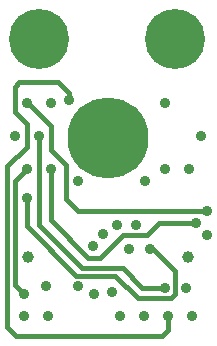
<source format=gbr>
G04 start of page 4 for group 2 idx 2 *
G04 Title: (unknown), signal3 *
G04 Creator: pcb 20110918 *
G04 CreationDate: Thu Dec  5 20:49:14 2013 UTC *
G04 For: fosse *
G04 Format: Gerber/RS-274X *
G04 PCB-Dimensions: 600000 500000 *
G04 PCB-Coordinate-Origin: lower left *
%MOIN*%
%FSLAX25Y25*%
%LNGROUP2*%
%ADD39C,0.0354*%
%ADD38C,0.1160*%
%ADD37C,0.0890*%
%ADD36C,0.0200*%
%ADD35C,0.0360*%
%ADD34C,0.0394*%
%ADD33C,0.2700*%
%ADD32C,0.2000*%
%ADD31C,0.0150*%
G54D31*X83000Y318500D02*Y328000D01*
X76500Y285000D02*Y338500D01*
X79000Y333500D02*Y299000D01*
X82000Y296000D01*
X115000Y315500D02*X107500Y308000D01*
X103500D01*
X91000Y320500D01*
X115000Y304500D02*X101500D01*
X87000Y319000D02*X101500Y304500D01*
X99500Y302000D02*X83000Y318500D01*
X100000Y323500D02*X96000Y327500D01*
X112500Y302000D02*X99500D01*
X139500Y319500D02*X127000D01*
X123000Y315500D01*
X115000D01*
X124000Y311000D02*X125000D01*
X143000Y323500D02*X100000D01*
X125000Y311000D02*X132500Y303500D01*
Y296000D01*
X131000Y294500D01*
X130000Y288000D02*Y284000D01*
X128000Y282000D01*
X131000Y294500D02*X120000D01*
X128000Y282000D02*X79500D01*
X76500Y285000D01*
X129000Y298000D02*X121500D01*
X115000Y304500D01*
X120000Y294500D02*X112500Y302000D01*
X87000Y319000D02*Y348500D01*
X91000Y344000D02*Y352000D01*
X83000Y360000D01*
Y345000D02*Y352500D01*
X79000Y333500D02*X83000Y337500D01*
X91000Y320500D02*Y337500D01*
X96000Y327500D02*Y339000D01*
X91000Y344000D01*
X76500Y338500D02*X83000Y345000D01*
Y352500D02*X79000Y356500D01*
Y365000D01*
X80500Y366500D01*
X93500D01*
X97000Y363000D01*
Y360500D01*
G54D32*X87000Y381000D03*
X132500D03*
G54D33*X110000Y348000D03*
G54D34*X136575Y308205D03*
X83425D03*
G54D35*X122500Y333500D03*
X100000D03*
X83000Y328000D03*
X91000Y337500D03*
X83000D03*
X97000Y360500D03*
X79000Y348500D03*
X87000D03*
X91000Y359500D03*
X83000D03*
X129000D03*
Y337500D03*
X137000D03*
X141000Y348500D03*
X129000Y298000D03*
X136000D03*
X111500Y296500D03*
X117000Y311000D03*
X124000D03*
X105000Y312000D03*
X108500Y316000D03*
X143000Y323500D03*
X139500Y319500D03*
X119500Y319000D03*
X113000D03*
X143000Y315500D03*
X90000Y288500D03*
X122000D03*
X130000D03*
X138000D03*
X82000D03*
X114000D03*
X100000Y298500D03*
X105500Y296000D03*
X82000D03*
X89500Y298500D03*
G54D36*G54D37*G54D38*G54D39*M02*

</source>
